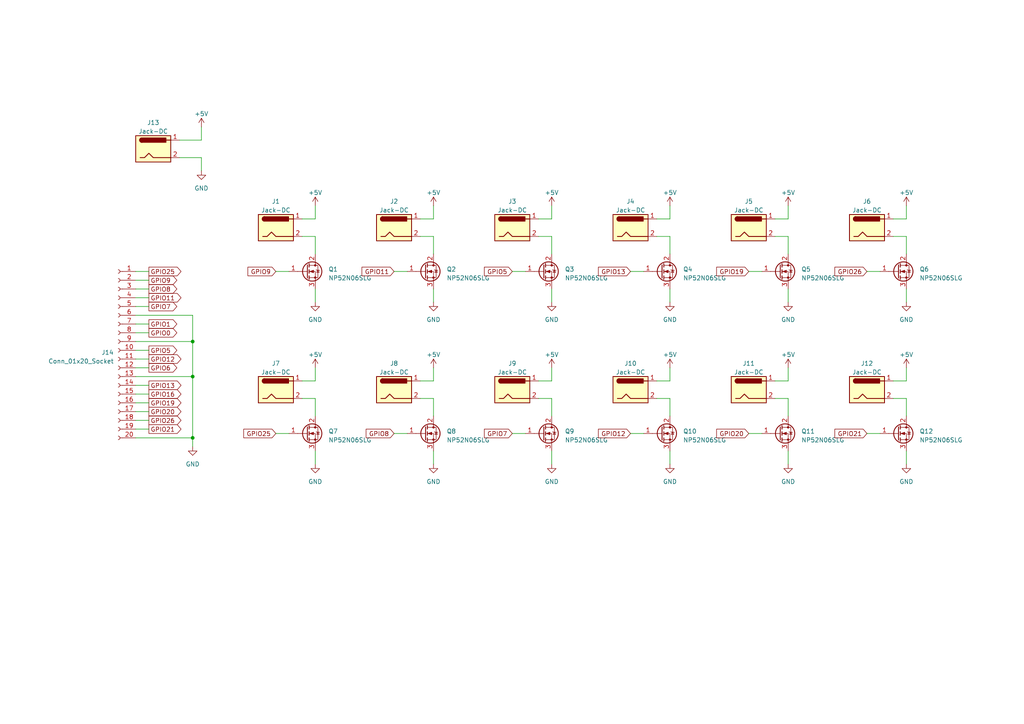
<source format=kicad_sch>
(kicad_sch (version 20230121) (generator eeschema)
  (paper "A4")
  (lib_symbols
    (symbol "Connector:Conn_01x20_Socket" (pin_names (offset 1.016) hide)
      (property "Reference" "J" (at 0 25.4 0))
      (property "Value" "Conn_01x20_Socket" (at 0 -27.94 0))
      (symbol "Conn_01x20_Socket_1_1"
        (arc (start 0 -24.892) (mid -0.5058 -25.4) (end 0 -25.908) (stroke (width 0.1524)))
        (arc (start 0 -22.352) (mid -0.5058 -22.86) (end 0 -23.368) (stroke (width 0.1524)))
        (arc (start 0 -19.812) (mid -0.5058 -20.32) (end 0 -20.828) (stroke (width 0.1524)))
        (arc (start 0 -17.272) (mid -0.5058 -17.78) (end 0 -18.288) (stroke (width 0.1524)))
        (arc (start 0 -14.732) (mid -0.5058 -15.24) (end 0 -15.748) (stroke (width 0.1524)))
        (arc (start 0 -12.192) (mid -0.5058 -12.7) (end 0 -13.208) (stroke (width 0.1524)))
        (arc (start 0 -9.652) (mid -0.5058 -10.16) (end 0 -10.668) (stroke (width 0.1524)))
        (arc (start 0 -7.112) (mid -0.5058 -7.62) (end 0 -8.128) (stroke (width 0.1524)))
        (arc (start 0 -4.572) (mid -0.5058 -5.08) (end 0 -5.588) (stroke (width 0.1524)))
        (arc (start 0 -2.032) (mid -0.5058 -2.54) (end 0 -3.048) (stroke (width 0.1524)))
        (polyline (pts (xy -1.27 -25.4) (xy -0.508 -25.4)) (stroke (width 0.1524)))
        (polyline (pts (xy -1.27 -22.86) (xy -0.508 -22.86)) (stroke (width 0.1524)))
        (polyline (pts (xy -1.27 -20.32) (xy -0.508 -20.32)) (stroke (width 0.1524)))
        (polyline (pts (xy -1.27 -17.78) (xy -0.508 -17.78)) (stroke (width 0.1524)))
        (polyline (pts (xy -1.27 -15.24) (xy -0.508 -15.24)) (stroke (width 0.1524)))
        (polyline (pts (xy -1.27 -12.7) (xy -0.508 -12.7)) (stroke (width 0.1524)))
        (polyline (pts (xy -1.27 -10.16) (xy -0.508 -10.16)) (stroke (width 0.1524)))
        (polyline (pts (xy -1.27 -7.62) (xy -0.508 -7.62)) (stroke (width 0.1524)))
        (polyline (pts (xy -1.27 -5.08) (xy -0.508 -5.08)) (stroke (width 0.1524)))
        (polyline (pts (xy -1.27 -2.54) (xy -0.508 -2.54)) (stroke (width 0.1524)))
        (polyline (pts (xy -1.27 0) (xy -0.508 0)) (stroke (width 0.1524)))
        (polyline (pts (xy -1.27 2.54) (xy -0.508 2.54)) (stroke (width 0.1524)))
        (polyline (pts (xy -1.27 5.08) (xy -0.508 5.08)) (stroke (width 0.1524)))
        (polyline (pts (xy -1.27 7.62) (xy -0.508 7.62)) (stroke (width 0.1524)))
        (polyline (pts (xy -1.27 10.16) (xy -0.508 10.16)) (stroke (width 0.1524)))
        (polyline (pts (xy -1.27 12.7) (xy -0.508 12.7)) (stroke (width 0.1524)))
        (polyline (pts (xy -1.27 15.24) (xy -0.508 15.24)) (stroke (width 0.1524)))
        (polyline (pts (xy -1.27 17.78) (xy -0.508 17.78)) (stroke (width 0.1524)))
        (polyline (pts (xy -1.27 20.32) (xy -0.508 20.32)) (stroke (width 0.1524)))
        (polyline (pts (xy -1.27 22.86) (xy -0.508 22.86)) (stroke (width 0.1524)))
        (arc (start 0 0.508) (mid -0.5058 0) (end 0 -0.508) (stroke (width 0.1524)))
        (arc (start 0 3.048) (mid -0.5058 2.54) (end 0 2.032) (stroke (width 0.1524)))
        (arc (start 0 5.588) (mid -0.5058 5.08) (end 0 4.572) (stroke (width 0.1524)))
        (arc (start 0 8.128) (mid -0.5058 7.62) (end 0 7.112) (stroke (width 0.1524)))
        (arc (start 0 10.668) (mid -0.5058 10.16) (end 0 9.652) (stroke (width 0.1524)))
        (arc (start 0 13.208) (mid -0.5058 12.7) (end 0 12.192) (stroke (width 0.1524)))
        (arc (start 0 15.748) (mid -0.5058 15.24) (end 0 14.732) (stroke (width 0.1524)))
        (arc (start 0 18.288) (mid -0.5058 17.78) (end 0 17.272) (stroke (width 0.1524)))
        (arc (start 0 20.828) (mid -0.5058 20.32) (end 0 19.812) (stroke (width 0.1524)))
        (arc (start 0 23.368) (mid -0.5058 22.86) (end 0 22.352) (stroke (width 0.1524)))
        (pin passive line (at -5.08 22.86 0) (length 3.81) (name "Pin_1") (number "1"))
        (pin passive line (at -5.08 0 0) (length 3.81) (name "Pin_10") (number "10"))
        (pin passive line (at -5.08 -2.54 0) (length 3.81) (name "Pin_11") (number "11"))
        (pin passive line (at -5.08 -5.08 0) (length 3.81) (name "Pin_12") (number "12"))
        (pin passive line (at -5.08 -7.62 0) (length 3.81) (name "Pin_13") (number "13"))
        (pin passive line (at -5.08 -10.16 0) (length 3.81) (name "Pin_14") (number "14"))
        (pin passive line (at -5.08 -12.7 0) (length 3.81) (name "Pin_15") (number "15"))
        (pin passive line (at -5.08 -15.24 0) (length 3.81) (name "Pin_16") (number "16"))
        (pin passive line (at -5.08 -17.78 0) (length 3.81) (name "Pin_17") (number "17"))
        (pin passive line (at -5.08 -20.32 0) (length 3.81) (name "Pin_18") (number "18"))
        (pin passive line (at -5.08 -22.86 0) (length 3.81) (name "Pin_19") (number "19"))
        (pin passive line (at -5.08 20.32 0) (length 3.81) (name "Pin_2") (number "2"))
        (pin passive line (at -5.08 -25.4 0) (length 3.81) (name "Pin_20") (number "20"))
        (pin passive line (at -5.08 17.78 0) (length 3.81) (name "Pin_3") (number "3"))
        (pin passive line (at -5.08 15.24 0) (length 3.81) (name "Pin_4") (number "4"))
        (pin passive line (at -5.08 12.7 0) (length 3.81) (name "Pin_5") (number "5"))
        (pin passive line (at -5.08 10.16 0) (length 3.81) (name "Pin_6") (number "6"))
        (pin passive line (at -5.08 7.62 0) (length 3.81) (name "Pin_7") (number "7"))
        (pin passive line (at -5.08 5.08 0) (length 3.81) (name "Pin_8") (number "8"))
        (pin passive line (at -5.08 2.54 0) (length 3.81) (name "Pin_9") (number "9"))
      )
    )
    (symbol "Connector:Jack-DC" (pin_names (offset 1.016))
      (property "Reference" "J" (at 0 5.334 0))
      (property "Value" "Jack-DC" (at 0 -5.08 0))
      (symbol "Jack-DC_0_1"
        (rectangle (start -5.08 3.81) (end 5.08 -3.81) (stroke (width 0.254)) (fill (type background)))
        (arc (start -3.302 3.175) (mid -3.9343 2.54) (end -3.302 1.905) (stroke (width 0.254)))
        (arc (start -3.302 3.175) (mid -3.9343 2.54) (end -3.302 1.905) (stroke (width 0.254)) (fill (type outline)))
        (polyline (pts (xy 5.08 2.54) (xy 3.81 2.54)) (stroke (width 0.254)))
        (polyline (pts (xy -3.81 -2.54) (xy -2.54 -2.54) (xy -1.27 -1.27) (xy 0 -2.54) (xy 2.54 -2.54) (xy 5.08 -2.54)) (stroke (width 0.254)))
        (rectangle (start 3.683 3.175) (end -3.302 1.905) (stroke (width 0.254)) (fill (type outline)))
      )
      (symbol "Jack-DC_1_1"
        (pin passive line (at 7.62 2.54 180) (length 2.54) (name "~") (number "1"))
        (pin passive line (at 7.62 -2.54 180) (length 2.54) (name "~") (number "2"))
      )
    )
    (symbol "Transistor_FET:QM6006D" (pin_names hide)
      (property "Reference" "Q" (at 5.08 1.905 0))
      (property "Value" "QM6006D" (at 5.08 0 0))
      (symbol "QM6006D_0_1"
        (polyline (pts (xy 0.254 0) (xy -2.54 0)))
        (polyline (pts (xy 0.254 1.905) (xy 0.254 -1.905)) (stroke (width 0.254)))
        (polyline (pts (xy 0.762 -1.27) (xy 0.762 -2.286)) (stroke (width 0.254)))
        (polyline (pts (xy 0.762 0.508) (xy 0.762 -0.508)) (stroke (width 0.254)))
        (polyline (pts (xy 0.762 2.286) (xy 0.762 1.27)) (stroke (width 0.254)))
        (polyline (pts (xy 2.54 2.54) (xy 2.54 1.778)))
        (polyline (pts (xy 2.54 -2.54) (xy 2.54 0) (xy 0.762 0)))
        (polyline (pts (xy 0.762 -1.778) (xy 3.302 -1.778) (xy 3.302 1.778) (xy 0.762 1.778)))
        (polyline (pts (xy 1.016 0) (xy 2.032 0.381) (xy 2.032 -0.381) (xy 1.016 0)) (fill (type outline)))
        (polyline (pts (xy 2.794 0.508) (xy 2.921 0.381) (xy 3.683 0.381) (xy 3.81 0.254)))
        (polyline (pts (xy 3.302 0.381) (xy 2.921 -0.254) (xy 3.683 -0.254) (xy 3.302 0.381)))
        (circle (center 1.651 0) (radius 2.794) (stroke (width 0.254)))
        (circle (center 2.54 -1.778) (radius 0.254) (fill (type outline)))
        (circle (center 2.54 1.778) (radius 0.254) (fill (type outline)))
      )
      (symbol "QM6006D_1_1"
        (pin input line (at -5.08 0 0) (length 2.54) (name "G") (number "1"))
        (pin passive line (at 2.54 5.08 270) (length 2.54) (name "D") (number "2"))
        (pin passive line (at 2.54 -5.08 90) (length 2.54) (name "S") (number "3"))
      )
    )
    (symbol "power:+5V" (power) (pin_names (offset 0))
      (property "Value" "+5V" (at 0 3.556 0))
      (symbol "+5V_0_1"
        (polyline (pts (xy -0.762 1.27) (xy 0 2.54)))
        (polyline (pts (xy 0 0) (xy 0 2.54)))
        (polyline (pts (xy 0 2.54) (xy 0.762 1.27)))
      )
      (symbol "+5V_1_1"
        (pin power_in line (at 0 0 90) (length 0) hide (name "+5V") (number "1"))
      )
    )
    (symbol "power:GND" (power) (pin_names (offset 0))
      (property "Value" "GND" (at 0 -3.81 0))
      (symbol "GND_0_1"
        (polyline (pts (xy 0 0) (xy 0 -1.27) (xy 1.27 -1.27) (xy 0 -2.54) (xy -1.27 -1.27) (xy 0 -1.27)))
      )
      (symbol "GND_1_1"
        (pin power_in line (at 0 0 270) (length 0) hide (name "GND") (number "1"))
      )
    )
  )
  (junction (at 55.88 99.06))
  (junction (at 55.88 127))
  (junction (at 55.88 109.22))
  (wire (pts (xy 228.6 115.57) (xy 228.6 120.65)))
  (wire (pts (xy 121.92 115.57) (xy 125.73 115.57)))
  (wire (pts (xy 190.5 63.5) (xy 194.31 63.5)))
  (wire (pts (xy 251.46 125.73) (xy 255.27 125.73)))
  (wire (pts (xy 114.3 78.74) (xy 118.11 78.74)))
  (wire (pts (xy 224.79 68.58) (xy 228.6 68.58)))
  (wire (pts (xy 55.88 127) (xy 55.88 129.54)))
  (wire (pts (xy 228.6 68.58) (xy 228.6 73.66)))
  (wire (pts (xy 259.08 68.58) (xy 262.89 68.58)))
  (wire (pts (xy 194.31 130.81) (xy 194.31 134.62)))
  (wire (pts (xy 160.02 115.57) (xy 160.02 120.65)))
  (wire (pts (xy 259.08 63.5) (xy 262.89 63.5)))
  (wire (pts (xy 262.89 83.82) (xy 262.89 87.63)))
  (wire (pts (xy 217.17 125.73) (xy 220.98 125.73)))
  (wire (pts (xy 160.02 83.82) (xy 160.02 87.63)))
  (wire (pts (xy 39.37 114.3) (xy 43.18 114.3)))
  (wire (pts (xy 121.92 63.5) (xy 125.73 63.5)))
  (wire (pts (xy 39.37 99.06) (xy 55.88 99.06)))
  (wire (pts (xy 39.37 88.9) (xy 43.18 88.9)))
  (wire (pts (xy 39.37 86.36) (xy 43.18 86.36)))
  (wire (pts (xy 194.31 83.82) (xy 194.31 87.63)))
  (wire (pts (xy 160.02 68.58) (xy 160.02 73.66)))
  (wire (pts (xy 194.31 68.58) (xy 194.31 73.66)))
  (wire (pts (xy 39.37 91.44) (xy 55.88 91.44)))
  (wire (pts (xy 125.73 68.58) (xy 125.73 73.66)))
  (wire (pts (xy 91.44 83.82) (xy 91.44 87.63)))
  (wire (pts (xy 228.6 110.49) (xy 228.6 106.68)))
  (wire (pts (xy 125.73 110.49) (xy 125.73 106.68)))
  (wire (pts (xy 114.3 125.73) (xy 118.11 125.73)))
  (wire (pts (xy 39.37 127) (xy 55.88 127)))
  (wire (pts (xy 262.89 110.49) (xy 262.89 106.68)))
  (wire (pts (xy 39.37 101.6) (xy 43.18 101.6)))
  (wire (pts (xy 91.44 130.81) (xy 91.44 134.62)))
  (wire (pts (xy 182.88 78.74) (xy 186.69 78.74)))
  (wire (pts (xy 39.37 83.82) (xy 43.18 83.82)))
  (wire (pts (xy 262.89 63.5) (xy 262.89 59.69)))
  (wire (pts (xy 125.73 115.57) (xy 125.73 120.65)))
  (wire (pts (xy 251.46 78.74) (xy 255.27 78.74)))
  (wire (pts (xy 160.02 130.81) (xy 160.02 134.62)))
  (wire (pts (xy 39.37 96.52) (xy 43.18 96.52)))
  (wire (pts (xy 148.59 125.73) (xy 152.4 125.73)))
  (wire (pts (xy 39.37 121.92) (xy 43.18 121.92)))
  (wire (pts (xy 259.08 115.57) (xy 262.89 115.57)))
  (wire (pts (xy 194.31 110.49) (xy 194.31 106.68)))
  (wire (pts (xy 224.79 115.57) (xy 228.6 115.57)))
  (wire (pts (xy 39.37 111.76) (xy 43.18 111.76)))
  (wire (pts (xy 194.31 63.5) (xy 194.31 59.69)))
  (wire (pts (xy 148.59 78.74) (xy 152.4 78.74)))
  (wire (pts (xy 190.5 110.49) (xy 194.31 110.49)))
  (wire (pts (xy 156.21 115.57) (xy 160.02 115.57)))
  (wire (pts (xy 190.5 115.57) (xy 194.31 115.57)))
  (wire (pts (xy 80.01 78.74) (xy 83.82 78.74)))
  (wire (pts (xy 156.21 110.49) (xy 160.02 110.49)))
  (wire (pts (xy 80.01 125.73) (xy 83.82 125.73)))
  (wire (pts (xy 91.44 110.49) (xy 91.44 106.68)))
  (wire (pts (xy 91.44 63.5) (xy 91.44 59.69)))
  (wire (pts (xy 190.5 68.58) (xy 194.31 68.58)))
  (wire (pts (xy 121.92 110.49) (xy 125.73 110.49)))
  (wire (pts (xy 259.08 110.49) (xy 262.89 110.49)))
  (wire (pts (xy 262.89 115.57) (xy 262.89 120.65)))
  (wire (pts (xy 228.6 63.5) (xy 228.6 59.69)))
  (wire (pts (xy 39.37 124.46) (xy 43.18 124.46)))
  (wire (pts (xy 182.88 125.73) (xy 186.69 125.73)))
  (wire (pts (xy 87.63 63.5) (xy 91.44 63.5)))
  (wire (pts (xy 55.88 109.22) (xy 55.88 127)))
  (wire (pts (xy 58.42 40.64) (xy 58.42 36.83)))
  (wire (pts (xy 87.63 110.49) (xy 91.44 110.49)))
  (wire (pts (xy 91.44 115.57) (xy 91.44 120.65)))
  (wire (pts (xy 52.07 40.64) (xy 58.42 40.64)))
  (wire (pts (xy 39.37 78.74) (xy 43.18 78.74)))
  (wire (pts (xy 87.63 68.58) (xy 91.44 68.58)))
  (wire (pts (xy 194.31 115.57) (xy 194.31 120.65)))
  (wire (pts (xy 156.21 63.5) (xy 160.02 63.5)))
  (wire (pts (xy 39.37 109.22) (xy 55.88 109.22)))
  (wire (pts (xy 91.44 68.58) (xy 91.44 73.66)))
  (wire (pts (xy 160.02 110.49) (xy 160.02 106.68)))
  (wire (pts (xy 52.07 45.72) (xy 58.42 45.72)))
  (wire (pts (xy 39.37 81.28) (xy 43.18 81.28)))
  (wire (pts (xy 55.88 99.06) (xy 55.88 109.22)))
  (wire (pts (xy 125.73 130.81) (xy 125.73 134.62)))
  (wire (pts (xy 224.79 63.5) (xy 228.6 63.5)))
  (wire (pts (xy 228.6 130.81) (xy 228.6 134.62)))
  (wire (pts (xy 39.37 106.68) (xy 43.18 106.68)))
  (wire (pts (xy 39.37 119.38) (xy 43.18 119.38)))
  (wire (pts (xy 55.88 91.44) (xy 55.88 99.06)))
  (wire (pts (xy 262.89 68.58) (xy 262.89 73.66)))
  (wire (pts (xy 39.37 93.98) (xy 43.18 93.98)))
  (wire (pts (xy 228.6 83.82) (xy 228.6 87.63)))
  (wire (pts (xy 87.63 115.57) (xy 91.44 115.57)))
  (wire (pts (xy 156.21 68.58) (xy 160.02 68.58)))
  (wire (pts (xy 39.37 104.14) (xy 43.18 104.14)))
  (wire (pts (xy 58.42 45.72) (xy 58.42 49.53)))
  (wire (pts (xy 121.92 68.58) (xy 125.73 68.58)))
  (wire (pts (xy 217.17 78.74) (xy 220.98 78.74)))
  (wire (pts (xy 262.89 130.81) (xy 262.89 134.62)))
  (wire (pts (xy 125.73 83.82) (xy 125.73 87.63)))
  (wire (pts (xy 160.02 63.5) (xy 160.02 59.69)))
  (wire (pts (xy 125.73 63.5) (xy 125.73 59.69)))
  (wire (pts (xy 224.79 110.49) (xy 228.6 110.49)))
  (wire (pts (xy 39.37 116.84) (xy 43.18 116.84)))
  (global_label "GPIO1" (shape output) (at 43.18 93.98 0) (property "Intersheetrefs" "${INTERSHEET_REFS}" (effects hide)))
  (global_label "GPIO21" (shape output) (at 43.18 124.46 0) (property "Intersheetrefs" "${INTERSHEET_REFS}" (effects hide)))
  (global_label "GPIO8" (shape output) (at 43.18 83.82 0) (property "Intersheetrefs" "${INTERSHEET_REFS}" (effects hide)))
  (global_label "GPIO21" (shape input) (at 251.46 125.73 180) (property "Intersheetrefs" "${INTERSHEET_REFS}" (effects hide)))
  (global_label "GPIO12" (shape input) (at 182.88 125.73 180) (property "Intersheetrefs" "${INTERSHEET_REFS}" (effects hide)))
  (global_label "GPIO20" (shape output) (at 43.18 119.38 0) (property "Intersheetrefs" "${INTERSHEET_REFS}" (effects hide)))
  (global_label "GPIO7" (shape output) (at 43.18 88.9 0) (property "Intersheetrefs" "${INTERSHEET_REFS}" (effects hide)))
  (global_label "GPIO26" (shape output) (at 43.18 121.92 0) (property "Intersheetrefs" "${INTERSHEET_REFS}" (effects hide)))
  (global_label "GPIO25" (shape output) (at 43.18 78.74 0) (property "Intersheetrefs" "${INTERSHEET_REFS}" (effects hide)))
  (global_label "GPIO19" (shape output) (at 43.18 116.84 0) (property "Intersheetrefs" "${INTERSHEET_REFS}" (effects hide)))
  (global_label "GPIO25" (shape input) (at 80.01 125.73 180) (property "Intersheetrefs" "${INTERSHEET_REFS}" (effects hide)))
  (global_label "GPIO9" (shape input) (at 80.01 78.74 180) (property "Intersheetrefs" "${INTERSHEET_REFS}" (effects hide)))
  (global_label "GPIO26" (shape input) (at 251.46 78.74 180) (property "Intersheetrefs" "${INTERSHEET_REFS}" (effects hide)))
  (global_label "GPIO8" (shape input) (at 114.3 125.73 180) (property "Intersheetrefs" "${INTERSHEET_REFS}" (effects hide)))
  (global_label "GPIO13" (shape input) (at 182.88 78.74 180) (property "Intersheetrefs" "${INTERSHEET_REFS}" (effects hide)))
  (global_label "GPIO9" (shape output) (at 43.18 81.28 0) (property "Intersheetrefs" "${INTERSHEET_REFS}" (effects hide)))
  (global_label "GPIO7" (shape input) (at 148.59 125.73 180) (property "Intersheetrefs" "${INTERSHEET_REFS}" (effects hide)))
  (global_label "GPIO11" (shape output) (at 43.18 86.36 0) (property "Intersheetrefs" "${INTERSHEET_REFS}" (effects hide)))
  (global_label "GPIO20" (shape input) (at 217.17 125.73 180) (property "Intersheetrefs" "${INTERSHEET_REFS}" (effects hide)))
  (global_label "GPIO5" (shape input) (at 148.59 78.74 180) (property "Intersheetrefs" "${INTERSHEET_REFS}" (effects hide)))
  (global_label "GPIO6" (shape output) (at 43.18 106.68 0) (property "Intersheetrefs" "${INTERSHEET_REFS}" (effects hide)))
  (global_label "GPIO5" (shape output) (at 43.18 101.6 0) (property "Intersheetrefs" "${INTERSHEET_REFS}" (effects hide)))
  (global_label "GPIO16" (shape output) (at 43.18 114.3 0) (property "Intersheetrefs" "${INTERSHEET_REFS}" (effects hide)))
  (global_label "GPIO19" (shape input) (at 217.17 78.74 180) (property "Intersheetrefs" "${INTERSHEET_REFS}" (effects hide)))
  (global_label "GPIO12" (shape output) (at 43.18 104.14 0) (property "Intersheetrefs" "${INTERSHEET_REFS}" (effects hide)))
  (global_label "GPIO13" (shape output) (at 43.18 111.76 0) (property "Intersheetrefs" "${INTERSHEET_REFS}" (effects hide)))
  (global_label "GPIO0" (shape output) (at 43.18 96.52 0) (property "Intersheetrefs" "${INTERSHEET_REFS}" (effects hide)))
  (global_label "GPIO11" (shape input) (at 114.3 78.74 180) (property "Intersheetrefs" "${INTERSHEET_REFS}" (effects hide)))
  (symbol (lib_id "Transistor_FET:QM6006D") (at 88.9 78.74 0) (unit 1)
    (property "Reference" "Q1" (at 95.25 78.105 0) (effects (justify left)))
    (property "Value" "NP52N06SLG" (at 95.25 80.645 0) (effects (justify left)))
    (property "Footprint" "Package_TO_SOT_SMD:TO-252-2" (effects hide))
  )
  (symbol (lib_id "power:GND") (at 125.73 134.62 0) (unit 1)
    (property "Reference" "#PWR018" (effects hide))
    (property "Value" "GND" (at 125.73 139.7 0))
  )
  (symbol (lib_id "power:+5V") (at 91.44 59.69 0) (unit 1)
    (property "Reference" "#PWR03" (effects hide))
    (property "Value" "+5V" (at 91.44 55.88 0))
  )
  (symbol (lib_id "power:+5V") (at 194.31 59.69 0) (unit 1)
    (property "Reference" "#PWR09" (effects hide))
    (property "Value" "+5V" (at 194.31 55.88 0))
  )
  (symbol (lib_id "power:GND") (at 262.89 134.62 0) (unit 1)
    (property "Reference" "#PWR024" (effects hide))
    (property "Value" "GND" (at 262.89 139.7 0))
  )
  (symbol (lib_id "Connector:Jack-DC") (at 182.88 66.04 0) (unit 1)
    (property "Reference" "J4" (at 182.88 58.42 0))
    (property "Value" "Jack-DC" (at 182.88 60.96 0))
    (property "Footprint" "DCJack:DCJack" (effects hide))
  )
  (symbol (lib_id "Transistor_FET:QM6006D") (at 123.19 125.73 0) (unit 1)
    (property "Reference" "Q8" (at 129.54 125.095 0) (effects (justify left)))
    (property "Value" "NP52N06SLG" (at 129.54 127.635 0) (effects (justify left)))
    (property "Footprint" "Package_TO_SOT_SMD:TO-252-2" (effects hide))
  )
  (symbol (lib_id "power:GND") (at 91.44 134.62 0) (unit 1)
    (property "Reference" "#PWR016" (effects hide))
    (property "Value" "GND" (at 91.44 139.7 0))
  )
  (symbol (lib_id "Transistor_FET:QM6006D") (at 226.06 78.74 0) (unit 1)
    (property "Reference" "Q5" (at 232.41 78.105 0) (effects (justify left)))
    (property "Value" "NP52N06SLG" (at 232.41 80.645 0) (effects (justify left)))
    (property "Footprint" "Package_TO_SOT_SMD:TO-252-2" (effects hide))
  )
  (symbol (lib_id "power:GND") (at 55.88 129.54 0) (unit 1)
    (property "Reference" "#PWR027" (effects hide))
    (property "Value" "GND" (at 55.88 134.62 0))
  )
  (symbol (lib_id "Connector:Jack-DC") (at 80.01 66.04 0) (unit 1)
    (property "Reference" "J1" (at 80.01 58.42 0))
    (property "Value" "Jack-DC" (at 80.01 60.96 0))
    (property "Footprint" "DCJack:DCJack" (effects hide))
  )
  (symbol (lib_id "power:GND") (at 58.42 49.53 0) (unit 1)
    (property "Reference" "#PWR02" (effects hide))
    (property "Value" "GND" (at 58.42 54.61 0))
  )
  (symbol (lib_id "power:+5V") (at 228.6 59.69 0) (unit 1)
    (property "Reference" "#PWR011" (effects hide))
    (property "Value" "+5V" (at 228.6 55.88 0))
  )
  (symbol (lib_id "power:GND") (at 91.44 87.63 0) (unit 1)
    (property "Reference" "#PWR04" (effects hide))
    (property "Value" "GND" (at 91.44 92.71 0))
  )
  (symbol (lib_id "power:+5V") (at 228.6 106.68 0) (unit 1)
    (property "Reference" "#PWR025" (effects hide))
    (property "Value" "+5V" (at 228.6 102.87 0))
  )
  (symbol (lib_id "Connector:Conn_01x20_Socket") (at 34.29 101.6 0) (mirror y) (unit 1)
    (property "Reference" "J14" (at 33.02 102.235 0) (effects (justify left)))
    (property "Value" "Conn_01x20_Socket" (at 33.02 104.775 0) (effects (justify left)))
    (property "Footprint" "Connector_PinHeader_2.54mm:PinHeader_2x10_P2.54mm_Vertical" (effects hide))
  )
  (symbol (lib_id "power:+5V") (at 194.31 106.68 0) (unit 1)
    (property "Reference" "#PWR021" (effects hide))
    (property "Value" "+5V" (at 194.31 102.87 0))
  )
  (symbol (lib_id "power:+5V") (at 58.42 36.83 0) (unit 1)
    (property "Reference" "#PWR01" (effects hide))
    (property "Value" "+5V" (at 58.42 33.02 0))
  )
  (symbol (lib_id "power:+5V") (at 160.02 106.68 0) (unit 1)
    (property "Reference" "#PWR019" (effects hide))
    (property "Value" "+5V" (at 160.02 102.87 0))
  )
  (symbol (lib_id "Transistor_FET:QM6006D") (at 157.48 125.73 0) (unit 1)
    (property "Reference" "Q9" (at 163.83 125.095 0) (effects (justify left)))
    (property "Value" "NP52N06SLG" (at 163.83 127.635 0) (effects (justify left)))
    (property "Footprint" "Package_TO_SOT_SMD:TO-252-2" (effects hide))
  )
  (symbol (lib_id "power:GND") (at 160.02 134.62 0) (unit 1)
    (property "Reference" "#PWR020" (effects hide))
    (property "Value" "GND" (at 160.02 139.7 0))
  )
  (symbol (lib_id "Transistor_FET:QM6006D") (at 123.19 78.74 0) (unit 1)
    (property "Reference" "Q2" (at 129.54 78.105 0) (effects (justify left)))
    (property "Value" "NP52N06SLG" (at 129.54 80.645 0) (effects (justify left)))
    (property "Footprint" "Package_TO_SOT_SMD:TO-252-2" (effects hide))
  )
  (symbol (lib_id "Connector:Jack-DC") (at 217.17 113.03 0) (unit 1)
    (property "Reference" "J11" (at 217.17 105.41 0))
    (property "Value" "Jack-DC" (at 217.17 107.95 0))
    (property "Footprint" "DCJack:DCJack" (effects hide))
  )
  (symbol (lib_id "power:GND") (at 160.02 87.63 0) (unit 1)
    (property "Reference" "#PWR08" (effects hide))
    (property "Value" "GND" (at 160.02 92.71 0))
  )
  (symbol (lib_id "Transistor_FET:QM6006D") (at 191.77 125.73 0) (unit 1)
    (property "Reference" "Q10" (at 198.12 125.095 0) (effects (justify left)))
    (property "Value" "NP52N06SLG" (at 198.12 127.635 0) (effects (justify left)))
    (property "Footprint" "Package_TO_SOT_SMD:TO-252-2" (effects hide))
  )
  (symbol (lib_id "power:GND") (at 262.89 87.63 0) (unit 1)
    (property "Reference" "#PWR014" (effects hide))
    (property "Value" "GND" (at 262.89 92.71 0))
  )
  (symbol (lib_id "Transistor_FET:QM6006D") (at 88.9 125.73 0) (unit 1)
    (property "Reference" "Q7" (at 95.25 125.095 0) (effects (justify left)))
    (property "Value" "NP52N06SLG" (at 95.25 127.635 0) (effects (justify left)))
    (property "Footprint" "Package_TO_SOT_SMD:TO-252-2" (effects hide))
  )
  (symbol (lib_id "Transistor_FET:QM6006D") (at 260.35 78.74 0) (unit 1)
    (property "Reference" "Q6" (at 266.7 78.105 0) (effects (justify left)))
    (property "Value" "NP52N06SLG" (at 266.7 80.645 0) (effects (justify left)))
    (property "Footprint" "Package_TO_SOT_SMD:TO-252-2" (effects hide))
  )
  (symbol (lib_id "power:GND") (at 228.6 87.63 0) (unit 1)
    (property "Reference" "#PWR012" (effects hide))
    (property "Value" "GND" (at 228.6 92.71 0))
  )
  (symbol (lib_id "Transistor_FET:QM6006D") (at 157.48 78.74 0) (unit 1)
    (property "Reference" "Q3" (at 163.83 78.105 0) (effects (justify left)))
    (property "Value" "NP52N06SLG" (at 163.83 80.645 0) (effects (justify left)))
    (property "Footprint" "Package_TO_SOT_SMD:TO-252-2" (effects hide))
  )
  (symbol (lib_id "Connector:Jack-DC") (at 114.3 66.04 0) (unit 1)
    (property "Reference" "J2" (at 114.3 58.42 0))
    (property "Value" "Jack-DC" (at 114.3 60.96 0))
    (property "Footprint" "DCJack:DCJack" (effects hide))
  )
  (symbol (lib_id "Connector:Jack-DC") (at 44.45 43.18 0) (unit 1)
    (property "Reference" "J13" (at 44.45 35.56 0))
    (property "Value" "Jack-DC" (at 44.45 38.1 0))
    (property "Footprint" "DCJack:DCJack" (effects hide))
  )
  (symbol (lib_id "Connector:Jack-DC") (at 80.01 113.03 0) (unit 1)
    (property "Reference" "J7" (at 80.01 105.41 0))
    (property "Value" "Jack-DC" (at 80.01 107.95 0))
    (property "Footprint" "DCJack:DCJack" (effects hide))
  )
  (symbol (lib_id "Transistor_FET:QM6006D") (at 226.06 125.73 0) (unit 1)
    (property "Reference" "Q11" (at 232.41 125.095 0) (effects (justify left)))
    (property "Value" "NP52N06SLG" (at 232.41 127.635 0) (effects (justify left)))
    (property "Footprint" "Package_TO_SOT_SMD:TO-252-2" (effects hide))
  )
  (symbol (lib_id "power:GND") (at 228.6 134.62 0) (unit 1)
    (property "Reference" "#PWR026" (effects hide))
    (property "Value" "GND" (at 228.6 139.7 0))
  )
  (symbol (lib_id "power:+5V") (at 160.02 59.69 0) (unit 1)
    (property "Reference" "#PWR07" (effects hide))
    (property "Value" "+5V" (at 160.02 55.88 0))
  )
  (symbol (lib_id "power:GND") (at 125.73 87.63 0) (unit 1)
    (property "Reference" "#PWR06" (effects hide))
    (property "Value" "GND" (at 125.73 92.71 0))
  )
  (symbol (lib_id "power:+5V") (at 262.89 106.68 0) (unit 1)
    (property "Reference" "#PWR023" (effects hide))
    (property "Value" "+5V" (at 262.89 102.87 0))
  )
  (symbol (lib_id "Connector:Jack-DC") (at 114.3 113.03 0) (unit 1)
    (property "Reference" "J8" (at 114.3 105.41 0))
    (property "Value" "Jack-DC" (at 114.3 107.95 0))
    (property "Footprint" "DCJack:DCJack" (effects hide))
  )
  (symbol (lib_id "power:+5V") (at 91.44 106.68 0) (unit 1)
    (property "Reference" "#PWR015" (effects hide))
    (property "Value" "+5V" (at 91.44 102.87 0))
  )
  (symbol (lib_id "Transistor_FET:QM6006D") (at 191.77 78.74 0) (unit 1)
    (property "Reference" "Q4" (at 198.12 78.105 0) (effects (justify left)))
    (property "Value" "NP52N06SLG" (at 198.12 80.645 0) (effects (justify left)))
    (property "Footprint" "Package_TO_SOT_SMD:TO-252-2" (effects hide))
  )
  (symbol (lib_id "Transistor_FET:QM6006D") (at 260.35 125.73 0) (unit 1)
    (property "Reference" "Q12" (at 266.7 125.095 0) (effects (justify left)))
    (property "Value" "NP52N06SLG" (at 266.7 127.635 0) (effects (justify left)))
    (property "Footprint" "Package_TO_SOT_SMD:TO-252-2" (effects hide))
  )
  (symbol (lib_id "Connector:Jack-DC") (at 182.88 113.03 0) (unit 1)
    (property "Reference" "J10" (at 182.88 105.41 0))
    (property "Value" "Jack-DC" (at 182.88 107.95 0))
    (property "Footprint" "DCJack:DCJack" (effects hide))
  )
  (symbol (lib_id "power:+5V") (at 125.73 59.69 0) (unit 1)
    (property "Reference" "#PWR05" (effects hide))
    (property "Value" "+5V" (at 125.73 55.88 0))
  )
  (symbol (lib_id "Connector:Jack-DC") (at 148.59 66.04 0) (unit 1)
    (property "Reference" "J3" (at 148.59 58.42 0))
    (property "Value" "Jack-DC" (at 148.59 60.96 0))
    (property "Footprint" "DCJack:DCJack" (effects hide))
  )
  (symbol (lib_id "Connector:Jack-DC") (at 148.59 113.03 0) (unit 1)
    (property "Reference" "J9" (at 148.59 105.41 0))
    (property "Value" "Jack-DC" (at 148.59 107.95 0))
    (property "Footprint" "DCJack:DCJack" (effects hide))
  )
  (symbol (lib_id "Connector:Jack-DC") (at 251.46 66.04 0) (unit 1)
    (property "Reference" "J6" (at 251.46 58.42 0))
    (property "Value" "Jack-DC" (at 251.46 60.96 0))
    (property "Footprint" "DCJack:DCJack" (effects hide))
  )
  (symbol (lib_id "Connector:Jack-DC") (at 251.46 113.03 0) (unit 1)
    (property "Reference" "J12" (at 251.46 105.41 0))
    (property "Value" "Jack-DC" (at 251.46 107.95 0))
    (property "Footprint" "DCJack:DCJack" (effects hide))
  )
  (symbol (lib_id "Connector:Jack-DC") (at 217.17 66.04 0) (unit 1)
    (property "Reference" "J5" (at 217.17 58.42 0))
    (property "Value" "Jack-DC" (at 217.17 60.96 0))
    (property "Footprint" "DCJack:DCJack" (effects hide))
  )
  (symbol (lib_id "power:GND") (at 194.31 87.63 0) (unit 1)
    (property "Reference" "#PWR010" (effects hide))
    (property "Value" "GND" (at 194.31 92.71 0))
  )
  (symbol (lib_id "power:+5V") (at 125.73 106.68 0) (unit 1)
    (property "Reference" "#PWR017" (effects hide))
    (property "Value" "+5V" (at 125.73 102.87 0))
  )
  (symbol (lib_id "power:+5V") (at 262.89 59.69 0) (unit 1)
    (property "Reference" "#PWR013" (effects hide))
    (property "Value" "+5V" (at 262.89 55.88 0))
  )
  (symbol (lib_id "power:GND") (at 194.31 134.62 0) (unit 1)
    (property "Reference" "#PWR022" (effects hide))
    (property "Value" "GND" (at 194.31 139.7 0))
  )
)
</source>
